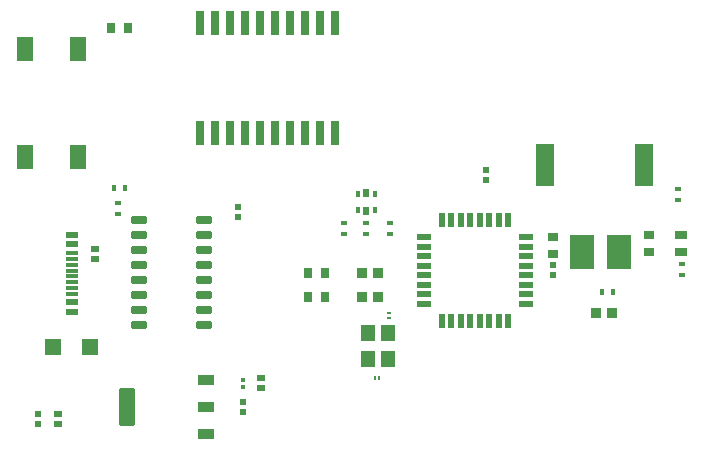
<source format=gtp>
%FSTAX23Y23*%
%MOIN*%
%SFA1B1*%

%IPPOS*%
%AMD16*
4,1,8,0.022700,0.012200,-0.022700,0.012200,-0.025800,0.009200,-0.025800,-0.009200,-0.022700,-0.012200,0.022700,-0.012200,0.025800,-0.009200,0.025800,0.009200,0.022700,0.012200,0.0*
1,1,0.006102,0.022700,0.009200*
1,1,0.006102,-0.022700,0.009200*
1,1,0.006102,-0.022700,-0.009200*
1,1,0.006102,0.022700,-0.009200*
%
%AMD20*
4,1,8,-0.025800,0.059900,-0.025800,-0.059900,-0.021900,-0.063800,0.021900,-0.063800,0.025800,-0.059900,0.025800,0.059900,0.021900,0.063800,-0.021900,0.063800,-0.025800,0.059900,0.0*
1,1,0.007740,-0.021900,0.059900*
1,1,0.007740,-0.021900,-0.059900*
1,1,0.007740,0.021900,-0.059900*
1,1,0.007740,0.021900,0.059900*
%
%AMD21*
4,1,8,-0.025800,0.015600,-0.025800,-0.015600,-0.023000,-0.018300,0.023000,-0.018300,0.025800,-0.015600,0.025800,0.015600,0.023000,0.018300,-0.023000,0.018300,-0.025800,0.015600,0.0*
1,1,0.005496,-0.023000,0.015600*
1,1,0.005496,-0.023000,-0.015600*
1,1,0.005496,0.023000,-0.015600*
1,1,0.005496,0.023000,0.015600*
%
%AMD42*
4,1,8,-0.013000,0.037500,-0.013000,-0.037500,-0.009800,-0.040700,0.009800,-0.040700,0.013000,-0.037500,0.013000,0.037500,0.009800,0.040700,-0.009800,0.040700,-0.013000,0.037500,0.0*
1,1,0.006496,-0.009800,0.037500*
1,1,0.006496,-0.009800,-0.037500*
1,1,0.006496,0.009800,-0.037500*
1,1,0.006496,0.009800,0.037500*
%
G04~CAMADD=16~8~0.0~0.0~515.7~244.1~30.5~0.0~15~0.0~0.0~0.0~0.0~0~0.0~0.0~0.0~0.0~0~0.0~0.0~0.0~0.0~515.7~244.1*
%ADD16D16*%
%ADD17R,0.055118X0.082677*%
%ADD18R,0.044882X0.011811*%
%ADD19R,0.044882X0.023622*%
G04~CAMADD=20~8~0.0~0.0~1275.6~515.7~38.7~0.0~15~0.0~0.0~0.0~0.0~0~0.0~0.0~0.0~0.0~0~0.0~0.0~0.0~90.0~516.0~1276.0*
%ADD20D20*%
G04~CAMADD=21~8~0.0~0.0~366.1~515.7~27.5~0.0~15~0.0~0.0~0.0~0.0~0~0.0~0.0~0.0~0.0~0~0.0~0.0~0.0~90.0~516.0~366.0*
%ADD21D21*%
%ADD22R,0.047244X0.055118*%
%ADD23R,0.023622X0.021260*%
%ADD24R,0.022000X0.050000*%
%ADD25R,0.050000X0.022000*%
%ADD26R,0.055118X0.055118*%
%ADD27R,0.040000X0.031496*%
%ADD28R,0.078740X0.118110*%
%ADD29R,0.027000X0.018701*%
%ADD30R,0.026378X0.023622*%
%ADD31R,0.019685X0.027559*%
%ADD32R,0.015748X0.021654*%
%ADD33R,0.031890X0.036614*%
%ADD34R,0.011811X0.006890*%
%ADD35R,0.006890X0.011811*%
%ADD36R,0.015748X0.014961*%
%ADD37R,0.060000X0.140000*%
%ADD38R,0.035433X0.025591*%
%ADD39R,0.025591X0.035433*%
%ADD40R,0.023622X0.015748*%
%ADD41R,0.015748X0.023622*%
G04~CAMADD=42~8~0.0~0.0~815.0~260.0~32.5~0.0~15~0.0~0.0~0.0~0.0~0~0.0~0.0~0.0~0.0~0~0.0~0.0~0.0~90.0~260.0~815.0*
%ADD42D42*%
%LNPasteTop-1*%
%LPD*%
G54D16*
X00679Y00982D03*
Y00932D03*
Y00882D03*
Y00832D03*
Y00782D03*
Y00732D03*
Y00682D03*
Y00632D03*
X00462D03*
Y00682D03*
Y00732D03*
Y00782D03*
Y00832D03*
Y00882D03*
Y00932D03*
Y00982D03*
G54D17*
X00259Y01553D03*
Y01194D03*
X00082D03*
Y01553D03*
G54D18*
X00238Y00736D03*
Y00755D03*
Y00775D03*
Y00795D03*
Y00874D03*
Y00854D03*
Y00834D03*
Y00814D03*
G54D19*
X00239Y00901D03*
Y00709D03*
Y00677D03*
Y00933D03*
G54D20*
X00421Y0036D03*
G54D21*
X00684Y0045D03*
Y0036D03*
Y0027D03*
G54D22*
X01293Y00606D03*
Y00519D03*
X01226D03*
Y00606D03*
G54D23*
X01842Y00833D03*
Y00799D03*
X00125Y00335D03*
Y00301D03*
X00807Y00341D03*
Y00375D03*
X00791Y01027D03*
Y00993D03*
X01618Y01149D03*
Y01115D03*
G54D24*
X01472Y00983D03*
X01503D03*
X01535D03*
X01566D03*
X01598D03*
X01629D03*
X01661D03*
X01692D03*
Y00645D03*
X01661D03*
X01629D03*
X01598D03*
X01566D03*
X01535D03*
X01503D03*
X01472D03*
G54D25*
X01751Y00925D03*
Y00893D03*
Y00862D03*
Y0083D03*
Y00799D03*
Y00767D03*
Y00736D03*
Y00704D03*
X01413D03*
Y00736D03*
Y00767D03*
Y00799D03*
Y0083D03*
Y00862D03*
Y00893D03*
Y00925D03*
G54D26*
X00297Y00559D03*
X00174D03*
G54D27*
X02268Y00876D03*
Y00934D03*
G54D28*
X01937Y00877D03*
X02062D03*
G54D29*
X00314Y00886D03*
Y00854D03*
X0087Y00456D03*
Y00424D03*
G54D30*
X00192Y00301D03*
Y00335D03*
G54D31*
X0122Y01013D03*
Y01072D03*
G54D32*
X01249Y01016D03*
Y01069D03*
X01191Y01016D03*
Y01069D03*
G54D33*
X01259Y00725D03*
X01204D03*
X01259Y00807D03*
X01204D03*
X01984Y00671D03*
X02039D03*
G54D34*
X01295Y00657D03*
Y00671D03*
G54D35*
X01249Y00456D03*
X01263D03*
G54D36*
X00807Y00425D03*
Y00448D03*
G54D37*
X02145Y01165D03*
X01814D03*
G54D38*
X02161Y00875D03*
Y00933D03*
X01842Y0087D03*
Y00927D03*
G54D39*
X01082Y00725D03*
X01025D03*
X01083Y00807D03*
X01026D03*
X00426Y01622D03*
X00369D03*
G54D40*
X02259Y01049D03*
Y01085D03*
X02271Y00836D03*
Y008D03*
X00393Y01001D03*
Y01038D03*
X01145Y00974D03*
Y00937D03*
X0122Y00973D03*
Y00937D03*
X01299Y00974D03*
Y00937D03*
G54D41*
X00379Y0109D03*
X00416D03*
X02041Y00742D03*
X02005D03*
G54D42*
X00664Y01639D03*
X00714D03*
X00764D03*
X00814D03*
X00864D03*
X00914D03*
X00964D03*
X01014D03*
X01064D03*
X01114D03*
Y01273D03*
X01064D03*
X01014D03*
X00964D03*
X00914D03*
X00864D03*
X00814D03*
X00764D03*
X00714D03*
X00664D03*
M02*
</source>
